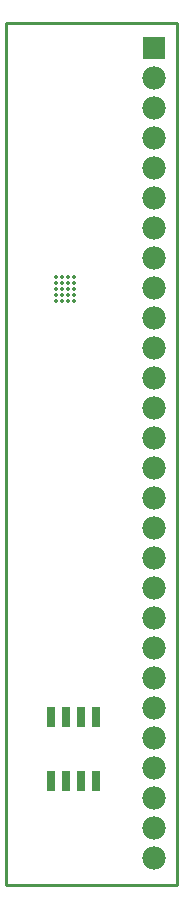
<source format=gts>
G75*
G70*
%OFA0B0*%
%FSLAX24Y24*%
%IPPOS*%
%LPD*%
%AMOC8*
5,1,8,0,0,1.08239X$1,22.5*
%
%ADD10C,0.0100*%
%ADD11C,0.0138*%
%ADD12R,0.0276X0.0650*%
%ADD13R,0.0780X0.0780*%
%ADD14C,0.0780*%
D10*
X000151Y000151D02*
X000151Y028891D01*
X005860Y028891D01*
X005860Y000151D01*
X000151Y000151D01*
D11*
X001820Y019628D03*
X001820Y019824D03*
X001820Y020021D03*
X001820Y020218D03*
X001820Y020415D03*
X002017Y020415D03*
X002017Y020218D03*
X002017Y020021D03*
X002017Y019824D03*
X002017Y019628D03*
X002214Y019628D03*
X002214Y019824D03*
X002214Y020021D03*
X002214Y020218D03*
X002214Y020415D03*
X002411Y020415D03*
X002411Y020218D03*
X002411Y020021D03*
X002411Y019824D03*
X002411Y019628D03*
D12*
X002169Y005746D03*
X002169Y003620D03*
X002669Y003620D03*
X002669Y005746D03*
X003169Y005746D03*
X003169Y003620D03*
X001669Y003620D03*
X001669Y005746D03*
D13*
X005104Y028041D03*
D14*
X005104Y027041D03*
X005104Y026041D03*
X005104Y025041D03*
X005104Y024041D03*
X005104Y023041D03*
X005104Y022041D03*
X005104Y021041D03*
X005104Y020041D03*
X005104Y019041D03*
X005104Y018041D03*
X005104Y017041D03*
X005104Y016041D03*
X005104Y015041D03*
X005104Y014041D03*
X005104Y013041D03*
X005104Y012041D03*
X005104Y011041D03*
X005104Y010041D03*
X005104Y009041D03*
X005104Y008041D03*
X005104Y007041D03*
X005104Y006041D03*
X005104Y005041D03*
X005104Y004041D03*
X005104Y003041D03*
X005104Y002041D03*
X005104Y001041D03*
M02*

</source>
